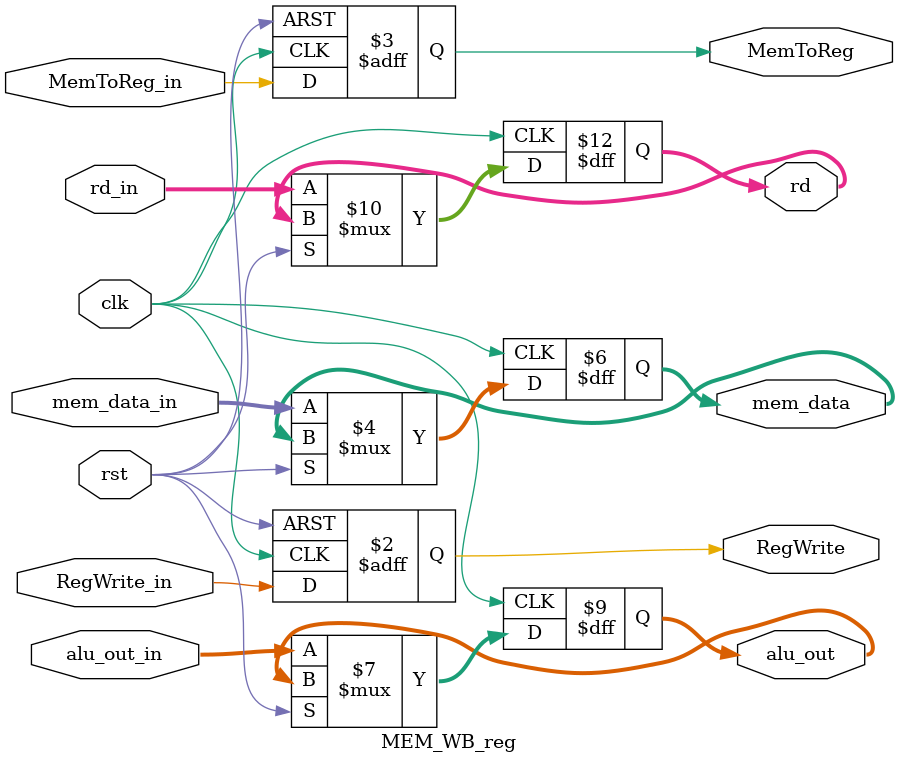
<source format=v>
`timescale 1ns / 1ps


module MEM_WB_reg (
    input clk,
    input rst,
    input RegWrite_in,
    input MemToReg_in,
    input [31:0] mem_data_in,
    input [31:0] alu_out_in,
    input [4:0] rd_in,

    output reg RegWrite,
    output reg MemToReg,
    output reg [31:0] mem_data,
    output reg [31:0] alu_out,
    output reg [4:0] rd
);
    always @(posedge clk or posedge rst) begin
        if (rst) begin
            RegWrite <= 0;
            MemToReg <= 0;
        end else begin
            RegWrite <= RegWrite_in;
            MemToReg <= MemToReg_in;
            mem_data <= mem_data_in;
            alu_out  <= alu_out_in;
            rd       <= rd_in;
        end
    end
endmodule

</source>
